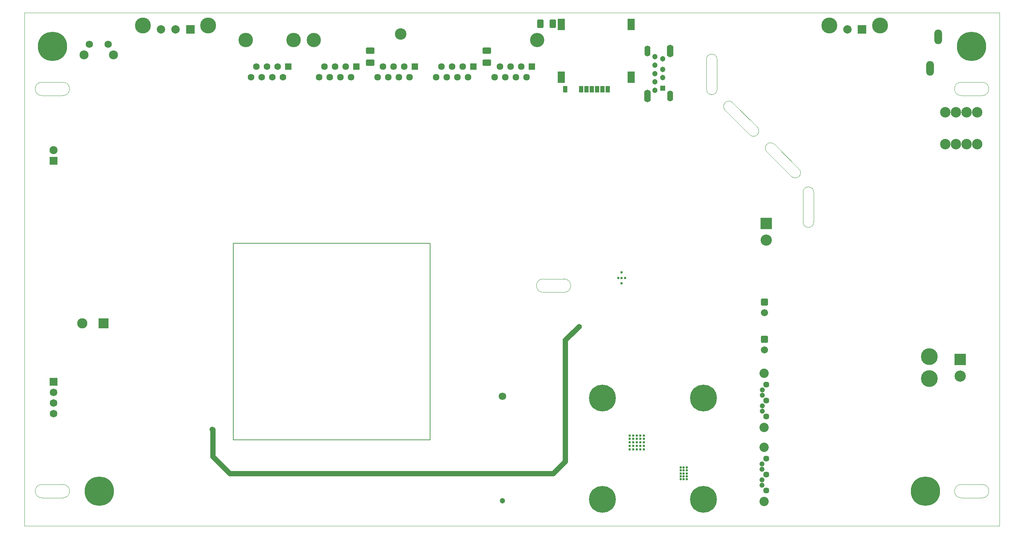
<source format=gbs>
G04*
G04 #@! TF.GenerationSoftware,Altium Limited,Altium Designer,23.1.1 (15)*
G04*
G04 Layer_Color=16711935*
%FSLAX44Y44*%
%MOMM*%
G71*
G04*
G04 #@! TF.SameCoordinates,5873BA87-B4A8-4489-8BBC-5F2359CC4874*
G04*
G04*
G04 #@! TF.FilePolarity,Negative*
G04*
G01*
G75*
%ADD12C,0.1270*%
%ADD23C,0.0254*%
%ADD24C,0.1020*%
%ADD25C,0.1016*%
%ADD141C,1.2700*%
%ADD152C,7.0000*%
G04:AMPARAMS|DCode=256|XSize=2.0532mm|YSize=1.5032mm|CornerRadius=0.2641mm|HoleSize=0mm|Usage=FLASHONLY|Rotation=270.000|XOffset=0mm|YOffset=0mm|HoleType=Round|Shape=RoundedRectangle|*
%AMROUNDEDRECTD256*
21,1,2.0532,0.9750,0,0,270.0*
21,1,1.5250,1.5032,0,0,270.0*
1,1,0.5282,-0.4875,-0.7625*
1,1,0.5282,-0.4875,0.7625*
1,1,0.5282,0.4875,0.7625*
1,1,0.5282,0.4875,-0.7625*
%
%ADD256ROUNDEDRECTD256*%
G04:AMPARAMS|DCode=257|XSize=2.0532mm|YSize=1.5032mm|CornerRadius=0.2641mm|HoleSize=0mm|Usage=FLASHONLY|Rotation=180.000|XOffset=0mm|YOffset=0mm|HoleType=Round|Shape=RoundedRectangle|*
%AMROUNDEDRECTD257*
21,1,2.0532,0.9750,0,0,180.0*
21,1,1.5250,1.5032,0,0,180.0*
1,1,0.5282,-0.7625,0.4875*
1,1,0.5282,0.7625,0.4875*
1,1,0.5282,0.7625,-0.4875*
1,1,0.5282,-0.7625,-0.4875*
%
%ADD257ROUNDEDRECTD257*%
%ADD260C,6.4032*%
%ADD261C,1.3032*%
%ADD262C,1.8032*%
%ADD263C,0.6000*%
%ADD264C,2.5032*%
%ADD265C,1.2192*%
%ADD266C,1.4512*%
%ADD267C,2.2282*%
%ADD268R,1.8232X1.8232*%
%ADD269C,1.8232*%
%ADD270C,2.1532*%
%ADD271C,1.7432*%
%ADD272O,1.6032X3.0032*%
%ADD273O,1.4032X2.6032*%
%ADD274R,1.3032X1.3032*%
%ADD275C,1.6012*%
%ADD276C,3.4532*%
%ADD277R,1.6012X1.6012*%
%ADD278R,1.6112X1.6112*%
%ADD279C,1.6112*%
%ADD280C,3.4032*%
%ADD281C,2.4532*%
%ADD282R,2.4532X2.4532*%
G04:AMPARAMS|DCode=283|XSize=1.7032mm|YSize=1.7032mm|CornerRadius=0.2891mm|HoleSize=0mm|Usage=FLASHONLY|Rotation=90.000|XOffset=0mm|YOffset=0mm|HoleType=Round|Shape=RoundedRectangle|*
%AMROUNDEDRECTD283*
21,1,1.7032,1.1250,0,0,90.0*
21,1,1.1250,1.7032,0,0,90.0*
1,1,0.5782,0.5625,0.5625*
1,1,0.5782,0.5625,-0.5625*
1,1,0.5782,-0.5625,-0.5625*
1,1,0.5782,-0.5625,0.5625*
%
%ADD283ROUNDEDRECTD283*%
%ADD284C,1.7032*%
%ADD285R,2.0032X2.0032*%
%ADD286C,2.0032*%
%ADD287C,3.8032*%
%ADD288O,1.8532X3.5032*%
%ADD289R,1.9282X1.9282*%
%ADD290C,1.9282*%
%ADD291C,4.0132*%
%ADD292R,2.6782X2.6782*%
%ADD293C,2.6782*%
%ADD350R,1.7632X2.8132*%
%ADD351R,1.1032X1.5532*%
%ADD352C,2.7432*%
D12*
X968042Y205674D02*
Y675574D01*
X498041Y675674D02*
X968042D01*
X498041Y205674D02*
Y675574D01*
Y205674D02*
Y205774D01*
Y205674D02*
X968042D01*
D23*
X2286508Y1028956D02*
G03*
X2286508Y1060956I0J16000D01*
G01*
X2236508D02*
G03*
X2236508Y1028956I0J-16000D01*
G01*
X41294Y1060954D02*
G03*
X41294Y1028954I0J-16000D01*
G01*
X91294D02*
G03*
X91294Y1060954I0J16000D01*
G01*
X2286628Y67290D02*
G03*
X2286628Y99290I0J16000D01*
G01*
X2236628D02*
G03*
X2236628Y67290I0J-16000D01*
G01*
X41338Y99271D02*
G03*
X41338Y67271I0J-16000D01*
G01*
X91338D02*
G03*
X91338Y99271I0J16000D01*
G01*
X1288135Y558551D02*
G03*
X1288135Y590551I0J16000D01*
G01*
X1238135D02*
G03*
X1238135Y558551I0J-16000D01*
G01*
X1884172Y798068D02*
G03*
X1858772Y798068I-12700J0D01*
G01*
Y726440D02*
G03*
X1884172Y726440I12700J0D01*
G01*
X1790296Y912445D02*
G03*
X1772322Y894498I-8994J-8967D01*
G01*
X1831250Y835570D02*
G03*
X1849210Y853530I8980J8980D01*
G01*
X1731682Y935138D02*
G03*
X1749642Y953098I8980J8980D01*
G01*
X1690728Y1012013D02*
G03*
X1672754Y994066I-8994J-8967D01*
G01*
X1628140Y1043940D02*
G03*
X1653540Y1043940I12700J0D01*
G01*
Y1115568D02*
G03*
X1628140Y1115568I-12700J0D01*
G01*
X2236508Y1028956D02*
X2286508D01*
X2236508Y1060956D02*
X2286508D01*
X41294Y1060954D02*
X91294D01*
X41294Y1028954D02*
X91294D01*
X2236628Y67290D02*
X2286628D01*
X2236628Y99290D02*
X2286628D01*
X41338Y99271D02*
X91338D01*
X41338Y67271D02*
X91338D01*
X1238135Y558551D02*
X1288135D01*
X1238135Y590551D02*
X1288135D01*
X1858772Y726440D02*
Y798068D01*
X1884172Y726440D02*
Y798068D01*
X1790282Y912458D02*
X1849210Y853530D01*
X1772322Y894498D02*
X1831250Y835570D01*
X1672754Y994066D02*
X1731682Y935138D01*
X1690714Y1012026D02*
X1749642Y953098D01*
X1653540Y1043940D02*
Y1115568D01*
X1628140Y1043940D02*
Y1115568D01*
D24*
X-1Y1226566D02*
X2327910Y1226566D01*
D25*
X2327910Y0D01*
X-1Y1226566D02*
X0Y0D01*
X2327910D01*
D141*
X1290828Y444246D02*
X1323593Y477012D01*
X447801Y231521D02*
X449126Y230196D01*
X1290828Y444246D02*
X1290828Y153924D01*
X1262380Y125476D02*
X1290828Y153924D01*
X489711Y125476D02*
X1262380Y125476D01*
X449126Y166061D02*
X489711Y125476D01*
X449126Y166061D02*
Y230196D01*
D152*
X66294Y1146810D02*
D03*
X2151124Y83312D02*
D03*
X178562D02*
D03*
X2260854Y1146810D02*
D03*
D256*
X1260878Y1200912D02*
D03*
X1231878D02*
D03*
D257*
X1103630Y1107164D02*
D03*
Y1136164D02*
D03*
X824992D02*
D03*
Y1107164D02*
D03*
D260*
X1621211Y63944D02*
D03*
Y305944D02*
D03*
X1379711Y63944D02*
D03*
Y305944D02*
D03*
D261*
X1140711Y59944D02*
D03*
X1523472Y1116714D02*
D03*
Y1091714D02*
D03*
Y1071714D02*
D03*
X1505472Y1041714D02*
D03*
Y1061714D02*
D03*
Y1121714D02*
D03*
Y1101714D02*
D03*
Y1081714D02*
D03*
D262*
X1140711Y309944D02*
D03*
D263*
X1639261Y286744D02*
D03*
X1646443Y298341D02*
D03*
X1646864Y311976D02*
D03*
X1640411Y323994D02*
D03*
X1628814Y331176D02*
D03*
X1615180Y331597D02*
D03*
X1603161Y325144D02*
D03*
X1595980Y313547D02*
D03*
X1595559Y299912D02*
D03*
X1602011Y287894D02*
D03*
X1613609Y280712D02*
D03*
X1627243Y280291D02*
D03*
X1639261Y44744D02*
D03*
X1646443Y56341D02*
D03*
X1646864Y69976D02*
D03*
X1640411Y81994D02*
D03*
X1628814Y89176D02*
D03*
X1615180Y89597D02*
D03*
X1603161Y83144D02*
D03*
X1595980Y71547D02*
D03*
X1595559Y57912D02*
D03*
X1602011Y45894D02*
D03*
X1613609Y38712D02*
D03*
X1627243Y38291D02*
D03*
X1397761Y44744D02*
D03*
X1404943Y56341D02*
D03*
X1405364Y69976D02*
D03*
X1398911Y81994D02*
D03*
X1387314Y89176D02*
D03*
X1373680Y89597D02*
D03*
X1361661Y83144D02*
D03*
X1354480Y71547D02*
D03*
X1354059Y57912D02*
D03*
X1360511Y45894D02*
D03*
X1372109Y38712D02*
D03*
X1385743Y38291D02*
D03*
X1397761Y286744D02*
D03*
X1404943Y298341D02*
D03*
X1405364Y311976D02*
D03*
X1398911Y323994D02*
D03*
X1387314Y331176D02*
D03*
X1373680Y331597D02*
D03*
X1361661Y325144D02*
D03*
X1354480Y313547D02*
D03*
X1354059Y299912D02*
D03*
X1360511Y287894D02*
D03*
X1372109Y280712D02*
D03*
X1385743Y280291D02*
D03*
X1425524Y580114D02*
D03*
X1433524Y593114D02*
D03*
X1425524D02*
D03*
X1417524D02*
D03*
X1425524Y606114D02*
D03*
X1573931Y139847D02*
D03*
X1566931D02*
D03*
X1580931D02*
D03*
X1573931Y132848D02*
D03*
X1566931D02*
D03*
X1580931D02*
D03*
X1573931Y118848D02*
D03*
X1566931D02*
D03*
X1580931D02*
D03*
X1573931Y125849D02*
D03*
X1566931D02*
D03*
X1580931D02*
D03*
Y111849D02*
D03*
X1573931D02*
D03*
X1566931D02*
D03*
X1444559Y216379D02*
D03*
X1453059D02*
D03*
X1461559D02*
D03*
X1470059D02*
D03*
X1478559D02*
D03*
Y208019D02*
D03*
X1470059D02*
D03*
X1461559D02*
D03*
X1453059D02*
D03*
X1444559Y208079D02*
D03*
Y199699D02*
D03*
X1453059Y199660D02*
D03*
X1461559Y199683D02*
D03*
X1470059Y199660D02*
D03*
X1478559D02*
D03*
Y191300D02*
D03*
X1470059D02*
D03*
X1461559D02*
D03*
X1453059D02*
D03*
X1444559Y191320D02*
D03*
Y182941D02*
D03*
X1453059D02*
D03*
X1461559D02*
D03*
X1470059D02*
D03*
X1478559D02*
D03*
D264*
X2198370Y989076D02*
D03*
X2223770D02*
D03*
X2249170D02*
D03*
X2274570D02*
D03*
Y912876D02*
D03*
X2249170D02*
D03*
X2223770D02*
D03*
X2198370D02*
D03*
D265*
X1760887Y97790D02*
D03*
Y110490D02*
D03*
Y148590D02*
D03*
Y135890D02*
D03*
X1761212Y274574D02*
D03*
Y287274D02*
D03*
Y325374D02*
D03*
Y312674D02*
D03*
D266*
X1770887Y85090D02*
D03*
Y123190D02*
D03*
Y161290D02*
D03*
X1771212Y261874D02*
D03*
Y299974D02*
D03*
Y338074D02*
D03*
D267*
X1765887Y58390D02*
D03*
Y187990D02*
D03*
X1766212Y235174D02*
D03*
Y364774D02*
D03*
D268*
X69241Y344424D02*
D03*
D269*
Y268224D02*
D03*
Y293624D02*
D03*
Y319024D02*
D03*
D270*
X141839Y1126482D02*
D03*
X211939D02*
D03*
D271*
X154389Y1151382D02*
D03*
X199389D02*
D03*
D272*
X1541572Y1135214D02*
D03*
X1487372Y1028214D02*
D03*
D273*
X1541572D02*
D03*
X1487372Y1135214D02*
D03*
D274*
X1523472Y1046714D02*
D03*
D275*
X616506Y1073124D02*
D03*
X603806Y1098524D02*
D03*
X591106Y1073124D02*
D03*
X578406Y1098524D02*
D03*
X540306Y1073124D02*
D03*
X565706D02*
D03*
X553006Y1098524D02*
D03*
D276*
X641906Y1162024D02*
D03*
X527606D02*
D03*
D277*
X629206Y1098524D02*
D03*
D278*
X1210906Y1098524D02*
D03*
X1071206D02*
D03*
X931506D02*
D03*
X791806D02*
D03*
D279*
X1198206Y1073124D02*
D03*
X1185506Y1098524D02*
D03*
X1172806Y1073124D02*
D03*
X1160106Y1098524D02*
D03*
X1147406Y1073124D02*
D03*
X1134706Y1098524D02*
D03*
X1122006Y1073124D02*
D03*
X1058506D02*
D03*
X1045806Y1098524D02*
D03*
X1033106Y1073124D02*
D03*
X1020406Y1098524D02*
D03*
X1007706Y1073124D02*
D03*
X995006Y1098524D02*
D03*
X982306Y1073124D02*
D03*
X918806D02*
D03*
X906106Y1098524D02*
D03*
X893406Y1073124D02*
D03*
X880706Y1098524D02*
D03*
X868006Y1073124D02*
D03*
X855306Y1098524D02*
D03*
X842606Y1073124D02*
D03*
X779106D02*
D03*
X766406Y1098524D02*
D03*
X753706Y1073124D02*
D03*
X741006Y1098524D02*
D03*
X728306Y1073124D02*
D03*
X715606Y1098524D02*
D03*
X702906Y1073124D02*
D03*
D280*
X690206Y1162024D02*
D03*
X1223606D02*
D03*
D281*
X138067Y484632D02*
D03*
D282*
X188067D02*
D03*
D283*
X1766720Y534924D02*
D03*
Y446278D02*
D03*
D284*
Y509924D02*
D03*
Y421278D02*
D03*
D285*
X395657Y1187334D02*
D03*
X1999488D02*
D03*
D286*
X360657D02*
D03*
X325657D02*
D03*
X1964488D02*
D03*
D287*
X438657Y1196334D02*
D03*
X282657D02*
D03*
X2042488D02*
D03*
X1921488D02*
D03*
D288*
X2161954Y1094070D02*
D03*
X2181954Y1169070D02*
D03*
D289*
X69241Y873252D02*
D03*
D290*
Y898652D02*
D03*
D291*
X2160524Y352552D02*
D03*
Y404622D02*
D03*
D292*
X2233930Y398272D02*
D03*
X1770530Y723334D02*
D03*
D293*
X2233930Y358672D02*
D03*
X1770530Y683734D02*
D03*
D350*
X1281253Y1072834D02*
D03*
Y1199134D02*
D03*
X1448053D02*
D03*
Y1072834D02*
D03*
D351*
X1392203Y1044084D02*
D03*
X1366803D02*
D03*
X1341403D02*
D03*
X1379503D02*
D03*
X1354103D02*
D03*
X1328703D02*
D03*
X1290603D02*
D03*
D352*
X898398Y1176528D02*
D03*
M02*

</source>
